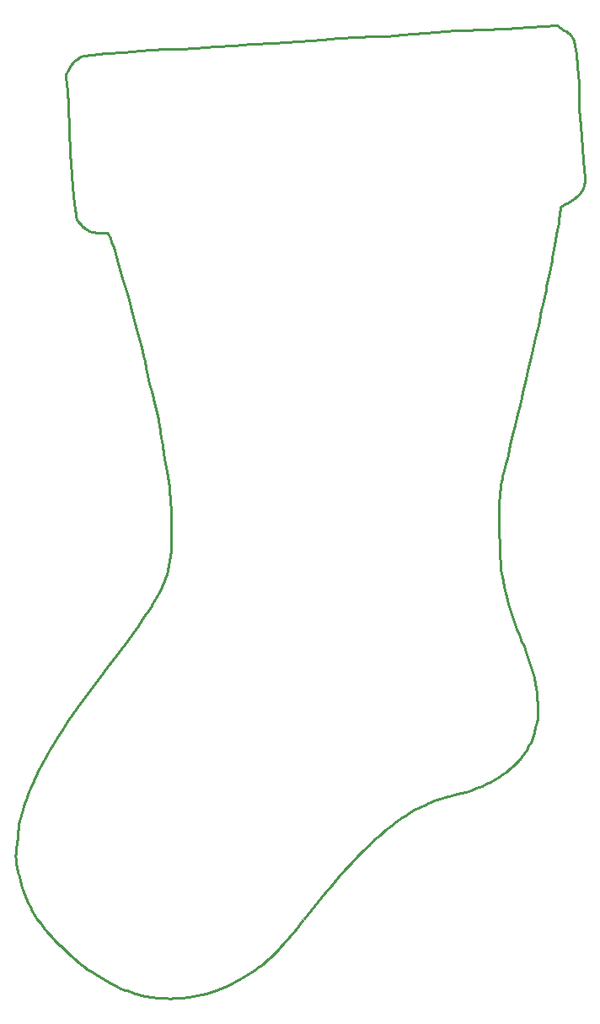
<source format=gko>
G04 Layer: BoardOutline*
G04 EasyEDA v6.4.7, 2020-11-14T12:43:57+01:00*
G04 ca67bbdea9ee427383f7cb57cdafcb35,58a91c2aa3f04fa292fc60144c522205,10*
G04 Gerber Generator version 0.2*
G04 Scale: 100 percent, Rotated: No, Reflected: No *
G04 Dimensions in millimeters *
G04 leading zeros omitted , absolute positions ,3 integer and 3 decimal *
%FSLAX33Y33*%
%MOMM*%
G90*
D02*

%ADD10C,0.254000*%
G54D10*
G01X840Y19288D02*
G01X932Y19597D01*
G01X1035Y19915D01*
G01X1148Y20240D01*
G01X1271Y20573D01*
G01X1547Y21259D01*
G01X1726Y21673D01*
G01X1890Y22034D01*
G01X2064Y22401D01*
G01X2279Y22837D01*
G01X2676Y23603D01*
G01X3110Y24390D01*
G01X3620Y25264D01*
G01X10190Y74150D02*
G01X9825Y75374D01*
G01X9653Y75928D01*
G01X9514Y76326D01*
G01X9459Y76462D01*
G01X9396Y76593D01*
G01X9345Y76678D01*
G01X9284Y76754D01*
G01X9232Y76799D01*
G01X9166Y76835D01*
G01X9106Y76852D01*
G01X9027Y76861D01*
G01X8760Y76854D01*
G01X11648Y69047D02*
G01X11350Y70169D01*
G01X11123Y70986D01*
G01X10818Y72038D01*
G01X10218Y74056D01*
G01X3661Y25332D02*
G01X4220Y26243D01*
G01X4713Y27012D01*
G01X5243Y27807D01*
G01X5836Y28664D01*
G01X6517Y29616D01*
G01X7239Y30604D01*
G01X8240Y31952D01*
G01X9432Y33537D01*
G01X8740Y76853D02*
G01X8433Y76851D01*
G01X8131Y76868D01*
G01X7876Y76905D01*
G01X7737Y76936D01*
G01X7623Y76968D01*
G01X7405Y77048D01*
G01X7199Y77152D01*
G01X7000Y77280D01*
G01X6790Y77447D01*
G01X15180Y42565D02*
G01X15304Y43000D01*
G01X15406Y43445D01*
G01X15487Y43905D01*
G01X15549Y44388D01*
G01X15593Y44899D01*
G01X15624Y45493D01*
G01X15638Y46136D01*
G01X15637Y46836D01*
G01X13672Y39470D02*
G01X13945Y39929D01*
G01X14192Y40364D01*
G01X14400Y40747D01*
G01X14603Y41145D01*
G01X14784Y41531D01*
G01X14921Y41850D01*
G01X15054Y42194D01*
G01X15171Y42536D01*
G01X15637Y46893D02*
G01X15618Y48256D01*
G01X15589Y49234D01*
G01X15567Y49682D01*
G01X15539Y50117D01*
G01X15469Y50912D01*
G01X15418Y51361D01*
G01X15356Y51835D01*
G01X15199Y52893D01*
G01X14988Y54164D01*
G01X14663Y56021D01*
G01X14636Y56172D02*
G01X14500Y56981D01*
G01X14405Y57613D01*
G01X14404Y57622D02*
G01X14371Y57842D01*
G01X14321Y58124D01*
G01X14189Y58768D01*
G01X14027Y59461D01*
G01X13836Y60202D01*
G01X13828Y60232D02*
G01X13660Y60885D01*
G01X13461Y61720D01*
G01X13283Y62517D01*
G01X13126Y63278D01*
G01X12853Y64465D02*
G01X12715Y64977D01*
G01X12545Y65670D01*
G01X13121Y63305D02*
G01X12982Y63957D01*
G01X12909Y64258D01*
G01X12855Y64458D01*
G01X12091Y67423D02*
G01X11651Y69035D01*
G01X12542Y65683D02*
G01X12336Y66510D01*
G01X12096Y67407D01*
G01X6774Y77461D02*
G01X6573Y77653D01*
G01X6381Y77866D01*
G01X6228Y78066D01*
G01X6171Y78157D01*
G01X6135Y78229D01*
G01X6133Y78235D02*
G01X6111Y78304D01*
G01X6088Y78405D01*
G01X6032Y78739D01*
G01X5973Y79190D01*
G01X5907Y79781D01*
G01X5752Y81401D01*
G01X5546Y83842D01*
G01X5537Y83951D02*
G01X5492Y84615D01*
G01X5444Y85518D01*
G01X5400Y86563D01*
G01X5368Y87509D01*
G01X5367Y87547D02*
G01X5306Y89372D01*
G01X5273Y90088D01*
G01X5238Y90700D01*
G01X5197Y91246D01*
G01X5158Y91643D01*
G01X5115Y91937D01*
G01X5089Y92061D01*
G01X5067Y92139D01*
G01X5063Y92149D02*
G01X5034Y92252D01*
G01X5022Y92366D01*
G01X5026Y92488D01*
G01X5044Y92619D01*
G01X5075Y92756D01*
G01X5120Y92897D01*
G01X5178Y93042D01*
G01X5259Y93212D01*
G01X5355Y93384D01*
G01X5448Y93528D01*
G01X5567Y93694D01*
G01X5678Y93830D01*
G01X5797Y93960D01*
G01X5922Y94082D01*
G01X6052Y94196D01*
G01X6188Y94298D01*
G01X6211Y94314D02*
G01X6417Y94441D01*
G01X6594Y94523D01*
G01X6803Y94590D01*
G01X7042Y94642D01*
G01X7372Y94693D01*
G01X7755Y94737D01*
G01X8282Y94786D01*
G01X9064Y94848D01*
G01X20082Y95559D02*
G01X21864Y95676D01*
G01X23700Y95777D01*
G01X14786Y95273D02*
G01X14826Y95266D01*
G01X14895Y95263D01*
G01X15220Y95266D01*
G01X15733Y95285D01*
G01X16352Y95315D01*
G01X18078Y95419D01*
G01X19998Y95553D01*
G01X12641Y95144D02*
G01X13388Y95205D01*
G01X14099Y95255D01*
G01X14578Y95278D01*
G01X14723Y95280D01*
G01X14784Y95274D01*
G01X9128Y94853D02*
G01X10758Y94984D01*
G01X12607Y95141D01*
G01X23733Y95778D02*
G01X25845Y95895D01*
G01X28436Y96060D01*
G01X30752Y96226D01*
G01X31664Y96299D01*
G01X32378Y96363D01*
G01X32427Y96367D02*
G01X33021Y96416D01*
G01X33780Y96463D01*
G01X34648Y96506D01*
G01X35525Y96538D01*
G01X35556Y96539D02*
G01X36337Y96566D01*
G01X37244Y96607D01*
G01X38105Y96656D01*
G01X38837Y96708D01*
G01X38860Y96710D02*
G01X42169Y96997D01*
G01X42201Y97000D02*
G01X43143Y97072D01*
G01X44219Y97138D01*
G01X45428Y97198D01*
G01X46451Y97237D01*
G01X46490Y97238D02*
G01X47550Y97274D01*
G01X48550Y97319D01*
G01X49495Y97370D01*
G01X50196Y97419D01*
G01X50219Y97421D02*
G01X51641Y97523D01*
G01X52978Y97598D01*
G01X53001Y97599D02*
G01X54392Y97661D01*
G01X55110Y97192D01*
G01X55110Y97192D02*
G01X55340Y97038D01*
G01X55513Y96913D01*
G01X55643Y96807D01*
G01X55757Y96698D01*
G01X55856Y96582D01*
G01X55942Y96455D01*
G01X56017Y96312D01*
G01X56072Y96178D01*
G01X56130Y95997D01*
G01X56181Y95789D01*
G01X56220Y95591D01*
G01X56261Y95323D01*
G01X56338Y94666D01*
G01X56430Y93661D01*
G01X56437Y93578D02*
G01X56509Y92676D01*
G01X56564Y91874D01*
G01X56591Y91313D01*
G01X56595Y91122D01*
G01X56589Y91024D01*
G01X56588Y91021D02*
G01X56580Y90958D01*
G01X56575Y90846D01*
G01X56580Y90486D01*
G01X56601Y89965D01*
G01X56637Y89303D01*
G01X56754Y87568D01*
G01X56926Y85429D01*
G01X56934Y85343D02*
G01X57122Y83112D01*
G01X57160Y82543D01*
G01X57174Y82199D01*
G01X57171Y81925D01*
G01X57148Y81729D01*
G01X57128Y81642D01*
G01X57103Y81563D01*
G01X57016Y81360D01*
G01X57009Y81345D02*
G01X56899Y81131D01*
G01X56834Y81027D01*
G01X56750Y80907D01*
G01X56658Y80789D01*
G01X56573Y80690D01*
G01X56386Y80499D01*
G01X56157Y80301D01*
G01X55924Y80129D01*
G01X55670Y79967D01*
G01X55395Y79815D01*
G01X55372Y79803D02*
G01X54740Y79484D01*
G01X54657Y78651D01*
G01X54657Y78651D02*
G01X54608Y78256D01*
G01X54531Y77750D01*
G01X54433Y77187D01*
G01X54336Y76699D01*
G01X54332Y76680D02*
G01X54139Y75696D01*
G01X54053Y75206D01*
G01X53989Y74801D01*
G01X53987Y74788D02*
G01X53929Y74420D01*
G01X53864Y74067D01*
G01X53785Y73679D01*
G01X53696Y73293D01*
G01X53692Y73280D02*
G01X53603Y72902D01*
G01X53531Y72559D01*
G01X53456Y72175D01*
G01X53400Y71842D01*
G01X53399Y71830D02*
G01X53339Y71477D01*
G01X53266Y71104D01*
G01X53188Y70749D01*
G01X53115Y70450D01*
G01X53112Y70439D02*
G01X53020Y70060D01*
G01X52920Y69606D01*
G01X52817Y69109D01*
G01X52719Y68602D01*
G01X52716Y68583D02*
G01X52507Y67521D01*
G01X52323Y66681D01*
G01X51129Y61507D02*
G01X50970Y60863D01*
G01X50840Y60298D01*
G01X51474Y63015D02*
G01X51297Y62205D01*
G01X51132Y61519D01*
G01X52320Y66669D02*
G01X51780Y64403D01*
G01X51617Y63688D01*
G01X51478Y63038D01*
G01X49466Y54569D02*
G01X49372Y54147D01*
G01X49262Y53687D01*
G01X49170Y53323D01*
G01X49082Y53012D01*
G01X50838Y60290D02*
G01X50675Y59570D01*
G01X50456Y58655D01*
G01X50184Y57553D01*
G01X49947Y56616D01*
G01X49937Y56578D02*
G01X49689Y55559D01*
G01X49469Y54586D01*
G01X49080Y53003D02*
G01X48995Y52709D01*
G01X48929Y52445D01*
G01X48868Y52168D01*
G01X48813Y51878D01*
G01X48764Y51574D01*
G01X48713Y51200D01*
G01X48675Y50862D01*
G01X48643Y50507D01*
G01X48594Y49743D01*
G01X48565Y48902D01*
G01X48557Y47894D01*
G01X48569Y46867D01*
G01X48571Y46777D02*
G01X48605Y45587D01*
G01X48654Y44490D01*
G01X48712Y43580D01*
G01X48740Y43277D01*
G01X48765Y43079D01*
G01X48767Y43065D02*
G01X48951Y41983D01*
G01X49086Y41270D01*
G01X49218Y40697D01*
G01X49389Y40052D01*
G01X49397Y40021D02*
G01X49513Y39612D01*
G01X49673Y39082D01*
G01X49835Y38579D01*
G01X49996Y38104D01*
G01X50200Y37536D01*
G01X50371Y37077D01*
G01X50588Y36520D01*
G01X50783Y36035D01*
G01X50802Y35990D02*
G01X51063Y35342D01*
G01X51273Y34795D01*
G01X51458Y34281D01*
G01X51638Y33744D01*
G01X51790Y33248D01*
G01X51933Y32734D01*
G01X52073Y32189D01*
G01X52227Y31542D01*
G01X52368Y27697D02*
G01X52242Y27188D01*
G01X52140Y26741D01*
G01X52239Y31489D02*
G01X52274Y31313D01*
G01X52307Y31111D01*
G01X52359Y30686D01*
G01X52403Y30166D01*
G01X52437Y29526D01*
G01X52449Y28944D01*
G01X52442Y28415D01*
G01X52417Y28009D01*
G01X52397Y27846D01*
G01X52373Y27715D01*
G01X52139Y26733D02*
G01X52105Y26595D01*
G01X52059Y26445D01*
G01X51936Y26117D01*
G01X51764Y25732D01*
G01X51558Y25333D01*
G01X51329Y24936D01*
G01X51103Y24584D01*
G01X50871Y24260D01*
G01X50641Y23977D01*
G01X50622Y23955D02*
G01X50328Y23641D01*
G01X50017Y23339D01*
G01X49689Y23049D01*
G01X49285Y22726D01*
G01X48921Y22463D01*
G01X48539Y22211D01*
G01X48139Y21970D01*
G01X47722Y21742D01*
G01X47287Y21525D01*
G01X46834Y21319D01*
G01X46283Y21094D01*
G01X45790Y20913D01*
G01X45279Y20743D01*
G01X44749Y20584D01*
G01X44107Y20413D01*
G01X43536Y20278D01*
G01X43439Y20257D02*
G01X43133Y20184D01*
G01X42868Y20112D01*
G01X42599Y20031D01*
G01X42326Y19941D01*
G01X42005Y19824D01*
G01X41727Y19716D01*
G01X41447Y19598D01*
G01X41165Y19473D01*
G01X40599Y19198D01*
G01X40030Y18892D01*
G01X39462Y18557D01*
G01X39133Y18348D01*
G01X38851Y18161D01*
G01X38805Y18130D02*
G01X38207Y17706D01*
G01X37684Y17308D01*
G01X37152Y16880D01*
G01X36610Y16419D01*
G01X36057Y15926D01*
G01X35494Y15401D01*
G01X34920Y14844D01*
G01X34335Y14253D01*
G01X33739Y13629D01*
G01X33131Y12972D01*
G01X32406Y12162D01*
G01X31772Y11431D01*
G01X31016Y10534D01*
G01X30354Y9728D01*
G01X29679Y8887D01*
G01X28990Y8010D01*
G01X28874Y7860D02*
G01X28140Y6929D01*
G01X27478Y6121D01*
G01X26915Y5471D01*
G01X26647Y5176D01*
G01X26385Y4898D01*
G01X26129Y4636D01*
G01X25877Y4389D01*
G01X25626Y4155D01*
G01X25375Y3931D01*
G01X25124Y3717D01*
G01X24826Y3477D01*
G01X24566Y3277D01*
G01X24300Y3081D01*
G01X24255Y3049D02*
G01X23764Y2707D01*
G01X23346Y2432D01*
G01X22930Y2173D01*
G01X22516Y1929D01*
G01X22103Y1701D01*
G01X21692Y1488D01*
G01X21213Y1259D01*
G01X20803Y1079D01*
G01X20393Y914D01*
G01X19983Y764D01*
G01X19572Y628D01*
G01X19161Y507D01*
G01X18679Y383D01*
G01X18264Y293D01*
G01X17847Y217D01*
G01X17428Y155D01*
G01X17358Y146D02*
G01X16752Y74D01*
G01X16306Y32D01*
G01X15902Y7D01*
G01X15517Y0D01*
G01X15128Y10D01*
G01X14712Y39D01*
G01X14287Y81D01*
G01X13656Y157D01*
G01X11824Y556D02*
G01X11609Y646D01*
G01X11409Y720D01*
G01X11242Y771D01*
G01X11148Y788D01*
G01X13606Y163D02*
G01X13097Y241D01*
G01X12583Y341D01*
G01X12142Y449D01*
G01X11961Y504D01*
G01X11833Y552D01*
G01X11146Y788D02*
G01X11065Y803D01*
G01X10939Y846D01*
G01X10774Y914D01*
G01X10575Y1004D01*
G01X10092Y1243D01*
G01X9432Y1593D01*
G01X8779Y1958D01*
G01X8138Y2334D01*
G01X7643Y2640D01*
G01X7190Y2940D01*
G01X7158Y2963D02*
G01X6915Y3143D01*
G01X6631Y3368D01*
G01X6314Y3631D01*
G01X5946Y3948D01*
G01X5563Y4288D01*
G01X5208Y4612D01*
G01X4860Y4938D01*
G01X4505Y5284D01*
G01X4479Y5310D02*
G01X3972Y5824D01*
G01X3571Y6251D01*
G01X3200Y6666D01*
G01X2856Y7074D01*
G01X2487Y7544D01*
G01X2198Y7944D01*
G01X1932Y8346D01*
G01X1687Y8750D01*
G01X1461Y9161D01*
G01X1253Y9580D01*
G01X1062Y10011D01*
G01X886Y10457D01*
G01X723Y10919D01*
G01X571Y11401D01*
G01X430Y11906D01*
G01X276Y12527D01*
G01X255Y12619D02*
G01X199Y12810D01*
G01X139Y13044D01*
G01X100Y13227D01*
G01X61Y13453D01*
G01X38Y13630D01*
G01X17Y13847D01*
G01X4Y14061D01*
G01X0Y14270D01*
G01X8Y14639D01*
G01X40Y15078D01*
G01X89Y15504D01*
G01X188Y16260D01*
G01X231Y16670D01*
G01X470Y18070D02*
G01X653Y18656D01*
G01X836Y19276D01*
G01X234Y16707D02*
G01X271Y17060D01*
G01X333Y17469D01*
G01X401Y17813D01*
G01X467Y18061D01*
G01X9532Y33670D02*
G01X11179Y35864D01*
G01X11813Y36723D01*
G01X12293Y37387D01*
G01X12693Y37957D01*
G01X13035Y38461D01*
G01X13338Y38930D01*
G01X13648Y39430D01*

%LPD*%
M00*
M02*

</source>
